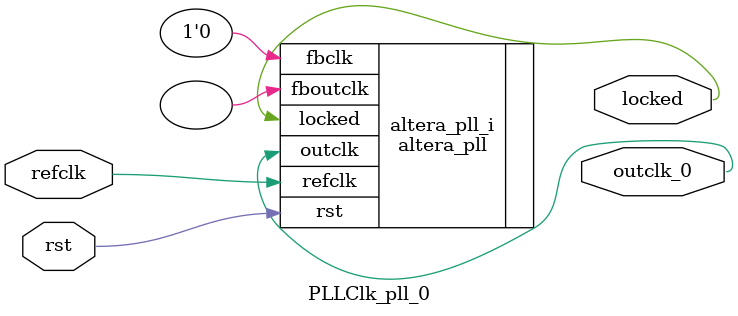
<source format=v>
`timescale 1ns/10ps
module  PLLClk_pll_0(

	// interface 'refclk'
	input wire refclk,

	// interface 'reset'
	input wire rst,

	// interface 'outclk0'
	output wire outclk_0,

	// interface 'locked'
	output wire locked
);

	altera_pll #(
		.fractional_vco_multiplier("false"),
		.reference_clock_frequency("50.0 MHz"),
		.operation_mode("direct"),
		.number_of_clocks(1),
		.output_clock_frequency0("100.000000 MHz"),
		.phase_shift0("0 ps"),
		.duty_cycle0(50),
		.output_clock_frequency1("0 MHz"),
		.phase_shift1("0 ps"),
		.duty_cycle1(50),
		.output_clock_frequency2("0 MHz"),
		.phase_shift2("0 ps"),
		.duty_cycle2(50),
		.output_clock_frequency3("0 MHz"),
		.phase_shift3("0 ps"),
		.duty_cycle3(50),
		.output_clock_frequency4("0 MHz"),
		.phase_shift4("0 ps"),
		.duty_cycle4(50),
		.output_clock_frequency5("0 MHz"),
		.phase_shift5("0 ps"),
		.duty_cycle5(50),
		.output_clock_frequency6("0 MHz"),
		.phase_shift6("0 ps"),
		.duty_cycle6(50),
		.output_clock_frequency7("0 MHz"),
		.phase_shift7("0 ps"),
		.duty_cycle7(50),
		.output_clock_frequency8("0 MHz"),
		.phase_shift8("0 ps"),
		.duty_cycle8(50),
		.output_clock_frequency9("0 MHz"),
		.phase_shift9("0 ps"),
		.duty_cycle9(50),
		.output_clock_frequency10("0 MHz"),
		.phase_shift10("0 ps"),
		.duty_cycle10(50),
		.output_clock_frequency11("0 MHz"),
		.phase_shift11("0 ps"),
		.duty_cycle11(50),
		.output_clock_frequency12("0 MHz"),
		.phase_shift12("0 ps"),
		.duty_cycle12(50),
		.output_clock_frequency13("0 MHz"),
		.phase_shift13("0 ps"),
		.duty_cycle13(50),
		.output_clock_frequency14("0 MHz"),
		.phase_shift14("0 ps"),
		.duty_cycle14(50),
		.output_clock_frequency15("0 MHz"),
		.phase_shift15("0 ps"),
		.duty_cycle15(50),
		.output_clock_frequency16("0 MHz"),
		.phase_shift16("0 ps"),
		.duty_cycle16(50),
		.output_clock_frequency17("0 MHz"),
		.phase_shift17("0 ps"),
		.duty_cycle17(50),
		.pll_type("General"),
		.pll_subtype("General")
	) altera_pll_i (
		.rst	(rst),
		.outclk	({outclk_0}),
		.locked	(locked),
		.fboutclk	( ),
		.fbclk	(1'b0),
		.refclk	(refclk)
	);
endmodule


</source>
